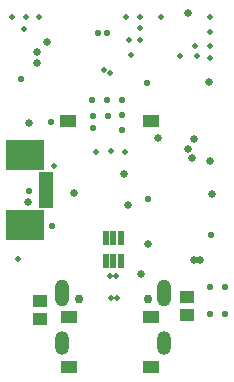
<source format=gbs>
G04*
G04 #@! TF.GenerationSoftware,Altium Limited,Altium Designer,20.1.11 (218)*
G04*
G04 Layer_Color=16711935*
%FSLAX25Y25*%
%MOIN*%
G70*
G04*
G04 #@! TF.SameCoordinates,01B7F1E6-864A-458B-A1BD-962147C64F84*
G04*
G04*
G04 #@! TF.FilePolarity,Negative*
G04*
G01*
G75*
%ADD34R,0.04737X0.03950*%
%ADD47O,0.04737X0.07887*%
%ADD48C,0.02953*%
%ADD49O,0.04737X0.09068*%
%ADD50C,0.01981*%
%ADD51C,0.02300*%
%ADD52C,0.02600*%
%ADD71R,0.05524X0.03950*%
%ADD72R,0.02375X0.04737*%
%ADD73R,0.13005X0.09855*%
%ADD74R,0.05131X0.01981*%
D34*
X66870Y23958D02*
D03*
Y29864D02*
D03*
X17630Y28492D02*
D03*
Y22587D02*
D03*
D47*
X59190Y14640D02*
D03*
X25175D02*
D03*
D48*
X53561Y29128D02*
D03*
X30805D02*
D03*
D49*
X25175Y31097D02*
D03*
X59190D02*
D03*
D50*
X41167Y36833D02*
D03*
X46000Y78000D02*
D03*
X66833Y23869D02*
D03*
X36259Y78250D02*
D03*
X22505Y73500D02*
D03*
X17333Y22369D02*
D03*
X43500Y29500D02*
D03*
X41224Y29404D02*
D03*
X67340Y29869D02*
D03*
X10384Y42500D02*
D03*
X17333Y28369D02*
D03*
X41341Y78333D02*
D03*
X43167Y36833D02*
D03*
X51000Y123000D02*
D03*
X12500Y119000D02*
D03*
X17500Y123000D02*
D03*
X13000D02*
D03*
X8500D02*
D03*
X47500Y115500D02*
D03*
X48000Y110500D02*
D03*
X51000Y115500D02*
D03*
Y119500D02*
D03*
X74500Y109500D02*
D03*
X70000Y110000D02*
D03*
X64500D02*
D03*
X69500Y113500D02*
D03*
X74500D02*
D03*
Y118000D02*
D03*
Y123000D02*
D03*
X58000D02*
D03*
X46500D02*
D03*
X39000Y105449D02*
D03*
X41167Y104333D02*
D03*
D51*
X13926Y65028D02*
D03*
X21362Y88000D02*
D03*
X79500Y24000D02*
D03*
X74500D02*
D03*
Y33000D02*
D03*
X79500D02*
D03*
X37142Y117908D02*
D03*
X40117Y117670D02*
D03*
X21618Y53500D02*
D03*
X11500Y102500D02*
D03*
X40435Y90126D02*
D03*
X45000Y90345D02*
D03*
X35500Y86000D02*
D03*
X45000Y85500D02*
D03*
X35500Y90000D02*
D03*
X45000Y95500D02*
D03*
X40000D02*
D03*
X35000D02*
D03*
X27306Y6500D02*
D03*
X53836Y62336D02*
D03*
X53250Y101000D02*
D03*
X74866Y50376D02*
D03*
D52*
X13684Y61500D02*
D03*
X14181Y74700D02*
D03*
X51538Y37350D02*
D03*
X29190Y64493D02*
D03*
X53836Y47653D02*
D03*
X47105Y60547D02*
D03*
X14081Y87661D02*
D03*
X71000Y42000D02*
D03*
X69000D02*
D03*
X67000Y124500D02*
D03*
X75000Y64000D02*
D03*
X74500Y75000D02*
D03*
X45608Y70829D02*
D03*
X56992Y82757D02*
D03*
X16865Y107663D02*
D03*
Y111461D02*
D03*
X20202Y114798D02*
D03*
X74000Y101500D02*
D03*
X69022Y82512D02*
D03*
X67000Y79000D02*
D03*
X68500Y76000D02*
D03*
D71*
X27306Y6500D02*
D03*
X54865D02*
D03*
X27135Y88345D02*
D03*
X54694D02*
D03*
X54865Y23200D02*
D03*
X27306D02*
D03*
D72*
X44771Y41952D02*
D03*
X42212D02*
D03*
X39653D02*
D03*
Y49433D02*
D03*
X42212D02*
D03*
X44771D02*
D03*
D73*
X12752Y53780D02*
D03*
X12750Y77200D02*
D03*
D74*
X19850Y70437D02*
D03*
Y68468D02*
D03*
Y66500D02*
D03*
Y64531D02*
D03*
Y62563D02*
D03*
Y60594D02*
D03*
M02*

</source>
